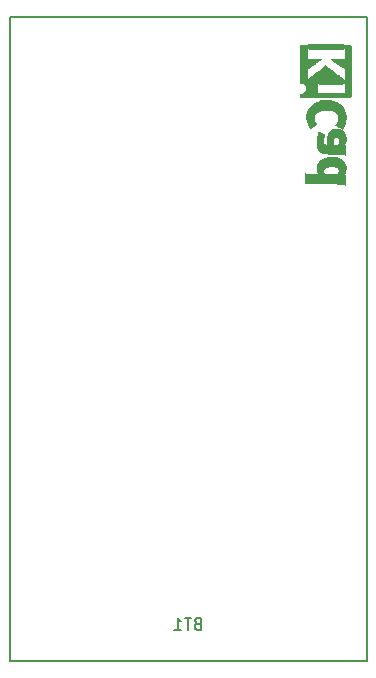
<source format=gbr>
G04 #@! TF.GenerationSoftware,KiCad,Pcbnew,5.0.1*
G04 #@! TF.CreationDate,2018-10-21T21:20:25+02:00*
G04 #@! TF.ProjectId,MicroFlux,4D6963726F466C75782E6B696361645F,rev?*
G04 #@! TF.SameCoordinates,Original*
G04 #@! TF.FileFunction,Legend,Bot*
G04 #@! TF.FilePolarity,Positive*
%FSLAX46Y46*%
G04 Gerber Fmt 4.6, Leading zero omitted, Abs format (unit mm)*
G04 Created by KiCad (PCBNEW 5.0.1) date Sun 21 Oct 2018 09:20:25 PM CEST*
%MOMM*%
%LPD*%
G01*
G04 APERTURE LIST*
%ADD10C,0.010000*%
%ADD11C,0.150000*%
G04 APERTURE END LIST*
D10*
G04 #@! TO.C,REF\002A\002A*
G36*
X195637150Y-76967464D02*
X195967052Y-76969006D01*
X196249981Y-76970566D01*
X196489761Y-76972261D01*
X196690219Y-76974208D01*
X196855181Y-76976523D01*
X196988472Y-76979322D01*
X197093918Y-76982724D01*
X197175345Y-76986844D01*
X197236580Y-76991799D01*
X197281447Y-76997707D01*
X197313774Y-77004683D01*
X197337385Y-77012845D01*
X197351650Y-77019802D01*
X197434200Y-77064904D01*
X197434200Y-76250800D01*
X197358000Y-76250800D01*
X197304452Y-76247441D01*
X197281804Y-76239351D01*
X197281800Y-76239227D01*
X197294784Y-76213109D01*
X197327537Y-76160726D01*
X197345421Y-76133903D01*
X197412647Y-76001603D01*
X197459589Y-75841937D01*
X197483338Y-75673022D01*
X197480984Y-75512977D01*
X197461247Y-75412600D01*
X197379939Y-75228538D01*
X197258200Y-75063410D01*
X197105510Y-74928517D01*
X197003694Y-74867155D01*
X196846029Y-74799731D01*
X196679951Y-74755855D01*
X196491403Y-74732714D01*
X196304913Y-74727241D01*
X196291200Y-74728002D01*
X196291200Y-75528136D01*
X196466895Y-75532634D01*
X196600414Y-75546249D01*
X196699949Y-75571477D01*
X196773691Y-75610812D01*
X196829831Y-75666751D01*
X196852170Y-75699016D01*
X196890164Y-75805421D01*
X196887176Y-75931144D01*
X196843728Y-76066203D01*
X196831773Y-76090499D01*
X196781557Y-76187300D01*
X196232487Y-76194142D01*
X195683416Y-76200985D01*
X195639454Y-76133891D01*
X195612707Y-76070360D01*
X195592044Y-75980668D01*
X195585065Y-75922633D01*
X195581970Y-75834255D01*
X195592095Y-75775291D01*
X195620683Y-75724985D01*
X195641568Y-75698927D01*
X195715167Y-75631583D01*
X195810737Y-75582664D01*
X195935234Y-75550341D01*
X196095611Y-75532787D01*
X196291200Y-75528136D01*
X196291200Y-74728002D01*
X196008965Y-74743675D01*
X195749134Y-74791542D01*
X195526509Y-74870171D01*
X195342180Y-74978889D01*
X195197237Y-75117025D01*
X195092768Y-75283906D01*
X195029864Y-75478860D01*
X195022835Y-75518170D01*
X195014575Y-75633703D01*
X195021429Y-75761063D01*
X195040852Y-75887661D01*
X195070299Y-76000912D01*
X195107225Y-76088228D01*
X195147815Y-76136262D01*
X195172282Y-76157127D01*
X195167192Y-76173170D01*
X195128657Y-76184925D01*
X195052788Y-76192924D01*
X194935701Y-76197702D01*
X194773506Y-76199793D01*
X194683670Y-76200000D01*
X194509573Y-76199477D01*
X194378217Y-76197469D01*
X194281550Y-76193311D01*
X194211519Y-76186343D01*
X194160073Y-76175901D01*
X194119158Y-76161322D01*
X194099470Y-76151938D01*
X194005200Y-76103876D01*
X194005200Y-76960228D01*
X195637150Y-76967464D01*
X195637150Y-76967464D01*
G37*
X195637150Y-76967464D02*
X195967052Y-76969006D01*
X196249981Y-76970566D01*
X196489761Y-76972261D01*
X196690219Y-76974208D01*
X196855181Y-76976523D01*
X196988472Y-76979322D01*
X197093918Y-76982724D01*
X197175345Y-76986844D01*
X197236580Y-76991799D01*
X197281447Y-76997707D01*
X197313774Y-77004683D01*
X197337385Y-77012845D01*
X197351650Y-77019802D01*
X197434200Y-77064904D01*
X197434200Y-76250800D01*
X197358000Y-76250800D01*
X197304452Y-76247441D01*
X197281804Y-76239351D01*
X197281800Y-76239227D01*
X197294784Y-76213109D01*
X197327537Y-76160726D01*
X197345421Y-76133903D01*
X197412647Y-76001603D01*
X197459589Y-75841937D01*
X197483338Y-75673022D01*
X197480984Y-75512977D01*
X197461247Y-75412600D01*
X197379939Y-75228538D01*
X197258200Y-75063410D01*
X197105510Y-74928517D01*
X197003694Y-74867155D01*
X196846029Y-74799731D01*
X196679951Y-74755855D01*
X196491403Y-74732714D01*
X196304913Y-74727241D01*
X196291200Y-74728002D01*
X196291200Y-75528136D01*
X196466895Y-75532634D01*
X196600414Y-75546249D01*
X196699949Y-75571477D01*
X196773691Y-75610812D01*
X196829831Y-75666751D01*
X196852170Y-75699016D01*
X196890164Y-75805421D01*
X196887176Y-75931144D01*
X196843728Y-76066203D01*
X196831773Y-76090499D01*
X196781557Y-76187300D01*
X196232487Y-76194142D01*
X195683416Y-76200985D01*
X195639454Y-76133891D01*
X195612707Y-76070360D01*
X195592044Y-75980668D01*
X195585065Y-75922633D01*
X195581970Y-75834255D01*
X195592095Y-75775291D01*
X195620683Y-75724985D01*
X195641568Y-75698927D01*
X195715167Y-75631583D01*
X195810737Y-75582664D01*
X195935234Y-75550341D01*
X196095611Y-75532787D01*
X196291200Y-75528136D01*
X196291200Y-74728002D01*
X196008965Y-74743675D01*
X195749134Y-74791542D01*
X195526509Y-74870171D01*
X195342180Y-74978889D01*
X195197237Y-75117025D01*
X195092768Y-75283906D01*
X195029864Y-75478860D01*
X195022835Y-75518170D01*
X195014575Y-75633703D01*
X195021429Y-75761063D01*
X195040852Y-75887661D01*
X195070299Y-76000912D01*
X195107225Y-76088228D01*
X195147815Y-76136262D01*
X195172282Y-76157127D01*
X195167192Y-76173170D01*
X195128657Y-76184925D01*
X195052788Y-76192924D01*
X194935701Y-76197702D01*
X194773506Y-76199793D01*
X194683670Y-76200000D01*
X194509573Y-76199477D01*
X194378217Y-76197469D01*
X194281550Y-76193311D01*
X194211519Y-76186343D01*
X194160073Y-76175901D01*
X194119158Y-76161322D01*
X194099470Y-76151938D01*
X194005200Y-76103876D01*
X194005200Y-76960228D01*
X195637150Y-76967464D01*
G36*
X195032359Y-73747620D02*
X195072264Y-73923576D01*
X195116895Y-74042513D01*
X195172778Y-74135098D01*
X195246360Y-74217779D01*
X195301188Y-74270917D01*
X195352829Y-74314396D01*
X195406992Y-74349291D01*
X195469387Y-74376676D01*
X195545723Y-74397624D01*
X195641710Y-74413209D01*
X195763058Y-74424504D01*
X195915475Y-74432585D01*
X196104670Y-74438523D01*
X196336355Y-74443394D01*
X196457477Y-74445549D01*
X196689434Y-74449807D01*
X196876051Y-74453930D01*
X197022785Y-74458276D01*
X197135095Y-74463203D01*
X197218437Y-74469068D01*
X197278269Y-74476231D01*
X197320049Y-74485049D01*
X197349234Y-74495880D01*
X197365527Y-74505135D01*
X197434200Y-74550171D01*
X197434200Y-73739418D01*
X197280698Y-73723500D01*
X197348483Y-73624102D01*
X197427254Y-73467946D01*
X197473178Y-73287092D01*
X197484137Y-73097295D01*
X197458011Y-72914309D01*
X197448436Y-72880834D01*
X197366112Y-72694429D01*
X197248585Y-72543520D01*
X197099321Y-72430652D01*
X196921786Y-72358375D01*
X196719443Y-72329235D01*
X196697600Y-72328788D01*
X196668545Y-72329452D01*
X196668545Y-73057707D01*
X196757884Y-73061963D01*
X196788502Y-73072090D01*
X196869089Y-73134779D01*
X196923481Y-73229723D01*
X196947352Y-73343327D01*
X196936378Y-73461996D01*
X196924508Y-73499596D01*
X196882968Y-73586783D01*
X196830366Y-73642424D01*
X196755280Y-73672894D01*
X196646289Y-73684566D01*
X196591572Y-73685400D01*
X196392800Y-73685400D01*
X196392800Y-73519484D01*
X196407824Y-73355747D01*
X196450733Y-73217128D01*
X196511555Y-73121676D01*
X196578298Y-73079069D01*
X196668545Y-73057707D01*
X196668545Y-72329452D01*
X196583273Y-72331403D01*
X196495974Y-72345051D01*
X196412311Y-72374550D01*
X196362215Y-72397882D01*
X196205636Y-72502223D01*
X196079758Y-72646604D01*
X195984878Y-72830369D01*
X195921291Y-73052862D01*
X195889295Y-73313426D01*
X195885241Y-73453794D01*
X195884800Y-73692088D01*
X195781228Y-73678196D01*
X195667960Y-73642262D01*
X195589507Y-73570344D01*
X195546163Y-73463724D01*
X195538223Y-73323687D01*
X195565980Y-73151516D01*
X195620144Y-72974509D01*
X195647413Y-72890051D01*
X195662373Y-72825058D01*
X195661908Y-72793195D01*
X195661589Y-72792862D01*
X195629872Y-72775276D01*
X195563912Y-72745180D01*
X195476745Y-72707902D01*
X195381404Y-72668773D01*
X195290925Y-72633122D01*
X195218340Y-72606280D01*
X195176685Y-72593575D01*
X195173302Y-72593200D01*
X195154617Y-72614990D01*
X195148200Y-72658447D01*
X195142037Y-72710031D01*
X195125424Y-72796850D01*
X195101175Y-72905103D01*
X195082173Y-72982297D01*
X195031360Y-73248096D01*
X195014718Y-73506776D01*
X195032359Y-73747620D01*
X195032359Y-73747620D01*
G37*
X195032359Y-73747620D02*
X195072264Y-73923576D01*
X195116895Y-74042513D01*
X195172778Y-74135098D01*
X195246360Y-74217779D01*
X195301188Y-74270917D01*
X195352829Y-74314396D01*
X195406992Y-74349291D01*
X195469387Y-74376676D01*
X195545723Y-74397624D01*
X195641710Y-74413209D01*
X195763058Y-74424504D01*
X195915475Y-74432585D01*
X196104670Y-74438523D01*
X196336355Y-74443394D01*
X196457477Y-74445549D01*
X196689434Y-74449807D01*
X196876051Y-74453930D01*
X197022785Y-74458276D01*
X197135095Y-74463203D01*
X197218437Y-74469068D01*
X197278269Y-74476231D01*
X197320049Y-74485049D01*
X197349234Y-74495880D01*
X197365527Y-74505135D01*
X197434200Y-74550171D01*
X197434200Y-73739418D01*
X197280698Y-73723500D01*
X197348483Y-73624102D01*
X197427254Y-73467946D01*
X197473178Y-73287092D01*
X197484137Y-73097295D01*
X197458011Y-72914309D01*
X197448436Y-72880834D01*
X197366112Y-72694429D01*
X197248585Y-72543520D01*
X197099321Y-72430652D01*
X196921786Y-72358375D01*
X196719443Y-72329235D01*
X196697600Y-72328788D01*
X196668545Y-72329452D01*
X196668545Y-73057707D01*
X196757884Y-73061963D01*
X196788502Y-73072090D01*
X196869089Y-73134779D01*
X196923481Y-73229723D01*
X196947352Y-73343327D01*
X196936378Y-73461996D01*
X196924508Y-73499596D01*
X196882968Y-73586783D01*
X196830366Y-73642424D01*
X196755280Y-73672894D01*
X196646289Y-73684566D01*
X196591572Y-73685400D01*
X196392800Y-73685400D01*
X196392800Y-73519484D01*
X196407824Y-73355747D01*
X196450733Y-73217128D01*
X196511555Y-73121676D01*
X196578298Y-73079069D01*
X196668545Y-73057707D01*
X196668545Y-72329452D01*
X196583273Y-72331403D01*
X196495974Y-72345051D01*
X196412311Y-72374550D01*
X196362215Y-72397882D01*
X196205636Y-72502223D01*
X196079758Y-72646604D01*
X195984878Y-72830369D01*
X195921291Y-73052862D01*
X195889295Y-73313426D01*
X195885241Y-73453794D01*
X195884800Y-73692088D01*
X195781228Y-73678196D01*
X195667960Y-73642262D01*
X195589507Y-73570344D01*
X195546163Y-73463724D01*
X195538223Y-73323687D01*
X195565980Y-73151516D01*
X195620144Y-72974509D01*
X195647413Y-72890051D01*
X195662373Y-72825058D01*
X195661908Y-72793195D01*
X195661589Y-72792862D01*
X195629872Y-72775276D01*
X195563912Y-72745180D01*
X195476745Y-72707902D01*
X195381404Y-72668773D01*
X195290925Y-72633122D01*
X195218340Y-72606280D01*
X195176685Y-72593575D01*
X195173302Y-72593200D01*
X195154617Y-72614990D01*
X195148200Y-72658447D01*
X195142037Y-72710031D01*
X195125424Y-72796850D01*
X195101175Y-72905103D01*
X195082173Y-72982297D01*
X195031360Y-73248096D01*
X195014718Y-73506776D01*
X195032359Y-73747620D01*
G36*
X194186341Y-71664676D02*
X194196143Y-71705911D01*
X194218829Y-71776879D01*
X194254963Y-71872173D01*
X194299187Y-71979521D01*
X194346147Y-72086653D01*
X194390487Y-72181298D01*
X194426851Y-72251185D01*
X194447598Y-72282064D01*
X194470582Y-72272374D01*
X194525508Y-72240036D01*
X194602651Y-72191464D01*
X194692288Y-72133074D01*
X194784695Y-72071281D01*
X194870151Y-72012502D01*
X194938930Y-71963152D01*
X194980159Y-71930677D01*
X194977624Y-71902236D01*
X194947335Y-71850081D01*
X194913312Y-71806407D01*
X194821226Y-71661298D01*
X194775559Y-71496487D01*
X194774284Y-71338098D01*
X194814902Y-71167398D01*
X194898127Y-71023259D01*
X195022925Y-70906245D01*
X195188260Y-70816919D01*
X195393097Y-70755843D01*
X195636401Y-70723581D01*
X195910200Y-70720426D01*
X196157826Y-70741867D01*
X196363741Y-70786984D01*
X196532105Y-70857630D01*
X196667080Y-70955657D01*
X196772826Y-71082917D01*
X196791151Y-71112579D01*
X196831415Y-71189773D01*
X196852876Y-71261238D01*
X196860676Y-71349027D01*
X196861009Y-71412100D01*
X196845354Y-71571817D01*
X196797392Y-71710547D01*
X196710613Y-71844625D01*
X196668663Y-71894846D01*
X196624162Y-71949092D01*
X196600225Y-71985414D01*
X196598969Y-71993055D01*
X196632288Y-72015216D01*
X196696333Y-72054498D01*
X196781348Y-72105230D01*
X196877575Y-72161743D01*
X196975257Y-72218366D01*
X197064636Y-72269431D01*
X197135956Y-72309265D01*
X197179460Y-72332201D01*
X197188180Y-72335453D01*
X197201554Y-72310218D01*
X197232253Y-72252344D01*
X197273786Y-72174062D01*
X197276230Y-72169457D01*
X197356612Y-72007147D01*
X197411928Y-71864212D01*
X197446986Y-71722272D01*
X197466593Y-71562947D01*
X197474340Y-71412100D01*
X197475569Y-71219285D01*
X197466113Y-71067250D01*
X197450565Y-70976436D01*
X197365718Y-70744201D01*
X197236718Y-70531159D01*
X197067906Y-70341366D01*
X196863623Y-70178878D01*
X196628209Y-70047752D01*
X196366005Y-69952044D01*
X196349632Y-69947548D01*
X196163026Y-69911250D01*
X195948920Y-69892345D01*
X195725257Y-69890823D01*
X195509982Y-69906669D01*
X195321040Y-69939872D01*
X195289044Y-69948297D01*
X195015435Y-70050061D01*
X194769468Y-70192732D01*
X194554653Y-70373804D01*
X194374495Y-70590770D01*
X194360082Y-70612000D01*
X194267504Y-70789644D01*
X194201748Y-70997698D01*
X194164907Y-71222198D01*
X194159073Y-71449178D01*
X194186341Y-71664676D01*
X194186341Y-71664676D01*
G37*
X194186341Y-71664676D02*
X194196143Y-71705911D01*
X194218829Y-71776879D01*
X194254963Y-71872173D01*
X194299187Y-71979521D01*
X194346147Y-72086653D01*
X194390487Y-72181298D01*
X194426851Y-72251185D01*
X194447598Y-72282064D01*
X194470582Y-72272374D01*
X194525508Y-72240036D01*
X194602651Y-72191464D01*
X194692288Y-72133074D01*
X194784695Y-72071281D01*
X194870151Y-72012502D01*
X194938930Y-71963152D01*
X194980159Y-71930677D01*
X194977624Y-71902236D01*
X194947335Y-71850081D01*
X194913312Y-71806407D01*
X194821226Y-71661298D01*
X194775559Y-71496487D01*
X194774284Y-71338098D01*
X194814902Y-71167398D01*
X194898127Y-71023259D01*
X195022925Y-70906245D01*
X195188260Y-70816919D01*
X195393097Y-70755843D01*
X195636401Y-70723581D01*
X195910200Y-70720426D01*
X196157826Y-70741867D01*
X196363741Y-70786984D01*
X196532105Y-70857630D01*
X196667080Y-70955657D01*
X196772826Y-71082917D01*
X196791151Y-71112579D01*
X196831415Y-71189773D01*
X196852876Y-71261238D01*
X196860676Y-71349027D01*
X196861009Y-71412100D01*
X196845354Y-71571817D01*
X196797392Y-71710547D01*
X196710613Y-71844625D01*
X196668663Y-71894846D01*
X196624162Y-71949092D01*
X196600225Y-71985414D01*
X196598969Y-71993055D01*
X196632288Y-72015216D01*
X196696333Y-72054498D01*
X196781348Y-72105230D01*
X196877575Y-72161743D01*
X196975257Y-72218366D01*
X197064636Y-72269431D01*
X197135956Y-72309265D01*
X197179460Y-72332201D01*
X197188180Y-72335453D01*
X197201554Y-72310218D01*
X197232253Y-72252344D01*
X197273786Y-72174062D01*
X197276230Y-72169457D01*
X197356612Y-72007147D01*
X197411928Y-71864212D01*
X197446986Y-71722272D01*
X197466593Y-71562947D01*
X197474340Y-71412100D01*
X197475569Y-71219285D01*
X197466113Y-71067250D01*
X197450565Y-70976436D01*
X197365718Y-70744201D01*
X197236718Y-70531159D01*
X197067906Y-70341366D01*
X196863623Y-70178878D01*
X196628209Y-70047752D01*
X196366005Y-69952044D01*
X196349632Y-69947548D01*
X196163026Y-69911250D01*
X195948920Y-69892345D01*
X195725257Y-69890823D01*
X195509982Y-69906669D01*
X195321040Y-69939872D01*
X195289044Y-69948297D01*
X195015435Y-70050061D01*
X194769468Y-70192732D01*
X194554653Y-70373804D01*
X194374495Y-70590770D01*
X194360082Y-70612000D01*
X194267504Y-70789644D01*
X194201748Y-70997698D01*
X194164907Y-71222198D01*
X194159073Y-71449178D01*
X194186341Y-71664676D01*
G36*
X193622699Y-69571363D02*
X193629976Y-69593155D01*
X193646420Y-69611586D01*
X193675197Y-69626935D01*
X193719474Y-69639481D01*
X193782418Y-69649505D01*
X193867194Y-69657283D01*
X193976971Y-69663096D01*
X194114914Y-69667223D01*
X194284191Y-69669943D01*
X194487968Y-69671535D01*
X194729411Y-69672277D01*
X195011687Y-69672450D01*
X195337964Y-69672332D01*
X195711407Y-69672203D01*
X195770500Y-69672200D01*
X196145884Y-69672122D01*
X196473711Y-69671849D01*
X196757221Y-69671318D01*
X196999658Y-69670469D01*
X197204261Y-69669240D01*
X197374274Y-69667569D01*
X197512939Y-69665395D01*
X197623496Y-69662657D01*
X197709188Y-69659292D01*
X197773257Y-69655241D01*
X197818944Y-69650441D01*
X197849492Y-69644831D01*
X197868141Y-69638349D01*
X197876885Y-69632285D01*
X197883992Y-69621209D01*
X197890213Y-69601001D01*
X197895606Y-69568490D01*
X197900229Y-69520503D01*
X197904140Y-69453867D01*
X197907396Y-69365410D01*
X197910056Y-69251960D01*
X197912175Y-69110344D01*
X197913813Y-68937390D01*
X197915028Y-68729924D01*
X197915876Y-68484776D01*
X197916415Y-68198771D01*
X197916703Y-67868739D01*
X197916798Y-67491505D01*
X197916800Y-67436999D01*
X197916726Y-67053176D01*
X197916467Y-66716980D01*
X197915965Y-66425239D01*
X197915162Y-66174781D01*
X197914000Y-65962432D01*
X197912422Y-65785021D01*
X197910371Y-65639375D01*
X197907787Y-65522322D01*
X197904615Y-65430688D01*
X197900795Y-65361303D01*
X197896271Y-65310992D01*
X197890985Y-65276584D01*
X197884879Y-65254907D01*
X197877895Y-65242787D01*
X197876885Y-65241714D01*
X197865627Y-65234465D01*
X197845152Y-65228138D01*
X197812219Y-65222672D01*
X197763586Y-65218006D01*
X197696011Y-65214078D01*
X197606252Y-65210826D01*
X197491068Y-65208190D01*
X197347217Y-65206107D01*
X197171456Y-65204517D01*
X196960544Y-65203358D01*
X196711239Y-65202568D01*
X196420300Y-65202086D01*
X196084484Y-65201851D01*
X195770500Y-65201800D01*
X195395115Y-65201877D01*
X195067288Y-65202150D01*
X194783778Y-65202681D01*
X194541341Y-65203530D01*
X194336738Y-65204759D01*
X194215729Y-65205948D01*
X194215729Y-65481199D01*
X194240638Y-65491637D01*
X194294844Y-65517944D01*
X194322699Y-65531999D01*
X194345774Y-65542932D01*
X194371420Y-65552174D01*
X194403859Y-65559867D01*
X194447308Y-65566152D01*
X194505988Y-65571172D01*
X194584117Y-65575068D01*
X194685917Y-65577983D01*
X194815605Y-65580057D01*
X194977401Y-65581434D01*
X195175525Y-65582254D01*
X195414197Y-65582659D01*
X195697635Y-65582791D01*
X195834290Y-65582799D01*
X196097726Y-65582439D01*
X196346037Y-65581402D01*
X196574556Y-65579756D01*
X196778618Y-65577568D01*
X196953558Y-65574903D01*
X197094711Y-65571830D01*
X197197410Y-65568415D01*
X197256991Y-65564724D01*
X197270370Y-65562224D01*
X197310136Y-65537800D01*
X197364350Y-65511968D01*
X197434200Y-65482289D01*
X197433811Y-66008794D01*
X197432849Y-66163967D01*
X197430381Y-66298350D01*
X197426674Y-66404999D01*
X197421992Y-66476970D01*
X197416600Y-66507319D01*
X197414761Y-66507094D01*
X197380826Y-66477145D01*
X197322626Y-66441332D01*
X197314811Y-66437244D01*
X197277521Y-66422318D01*
X197227267Y-66411307D01*
X197156556Y-66403669D01*
X197057898Y-66398866D01*
X196923800Y-66396356D01*
X196746772Y-66395601D01*
X196736961Y-66395600D01*
X196559347Y-66396833D01*
X196416876Y-66400396D01*
X196313727Y-66406078D01*
X196254078Y-66413672D01*
X196240400Y-66420414D01*
X196259770Y-66449914D01*
X196306744Y-66487641D01*
X196310250Y-66489915D01*
X196367268Y-66530493D01*
X196405500Y-66564699D01*
X196442632Y-66595147D01*
X196504966Y-66635083D01*
X196528833Y-66648671D01*
X196595930Y-66690820D01*
X196684720Y-66753527D01*
X196778064Y-66824592D01*
X196795533Y-66838542D01*
X196938344Y-66946661D01*
X197074967Y-67037138D01*
X197197349Y-67105389D01*
X197297440Y-67146831D01*
X197355923Y-67157600D01*
X197434200Y-67157600D01*
X197434200Y-68284055D01*
X197420488Y-68271929D01*
X197420488Y-68427600D01*
X197424757Y-68451699D01*
X197428485Y-68518796D01*
X197431448Y-68621089D01*
X197433426Y-68750778D01*
X197434196Y-68900061D01*
X197434200Y-68910200D01*
X197433408Y-69086967D01*
X197430806Y-69218101D01*
X197426056Y-69308747D01*
X197418818Y-69364050D01*
X197408752Y-69389156D01*
X197402450Y-69391992D01*
X197358554Y-69377038D01*
X197321395Y-69353892D01*
X197302692Y-69344698D01*
X197270195Y-69337102D01*
X197219498Y-69330959D01*
X197146196Y-69326127D01*
X197045883Y-69322464D01*
X196914154Y-69319826D01*
X196746604Y-69318070D01*
X196538827Y-69317053D01*
X196286418Y-69316633D01*
X196172045Y-69316600D01*
X195072000Y-69316600D01*
X195072000Y-68451695D01*
X195146938Y-68490447D01*
X195172815Y-68500478D01*
X195211092Y-68508667D01*
X195266607Y-68515192D01*
X195344197Y-68520226D01*
X195448700Y-68523947D01*
X195584954Y-68526529D01*
X195757797Y-68528148D01*
X195972067Y-68528979D01*
X196214750Y-68529200D01*
X196466440Y-68529086D01*
X196672511Y-68528585D01*
X196838147Y-68527455D01*
X196968527Y-68525455D01*
X197068835Y-68522345D01*
X197144251Y-68517883D01*
X197199957Y-68511829D01*
X197241135Y-68503941D01*
X197272967Y-68493979D01*
X197300635Y-68481701D01*
X197307200Y-68478400D01*
X197370636Y-68447490D01*
X197413110Y-68429480D01*
X197420488Y-68427600D01*
X197420488Y-68271929D01*
X197364570Y-68222477D01*
X197315266Y-68178555D01*
X197284290Y-68150373D01*
X197282020Y-68148200D01*
X197218905Y-68090445D01*
X197134689Y-68018963D01*
X197042065Y-67943897D01*
X196953725Y-67875391D01*
X196882361Y-67823588D01*
X196850547Y-67803376D01*
X196786584Y-67763155D01*
X196695299Y-67699662D01*
X196588680Y-67621804D01*
X196478715Y-67538487D01*
X196377390Y-67458617D01*
X196302607Y-67396273D01*
X196225548Y-67335829D01*
X196141943Y-67279159D01*
X196135050Y-67274978D01*
X195936936Y-67147637D01*
X195806356Y-67051994D01*
X195715212Y-66982036D01*
X195627760Y-67063468D01*
X195548661Y-67133660D01*
X195441892Y-67223715D01*
X195320451Y-67323057D01*
X195197339Y-67421107D01*
X195085555Y-67507289D01*
X195046815Y-67536151D01*
X194666892Y-67840941D01*
X194409787Y-68080279D01*
X194208400Y-68279059D01*
X194208400Y-67733747D01*
X194208523Y-67548550D01*
X194209861Y-67407998D01*
X194213867Y-67305937D01*
X194221993Y-67236212D01*
X194235691Y-67192669D01*
X194256416Y-67169153D01*
X194285618Y-67159511D01*
X194324751Y-67157586D01*
X194344390Y-67157600D01*
X194397842Y-67142012D01*
X194465121Y-67102941D01*
X194488362Y-67085299D01*
X194565668Y-67026652D01*
X194656586Y-66963890D01*
X194691000Y-66941802D01*
X194757764Y-66898552D01*
X194804931Y-66864912D01*
X194818000Y-66853239D01*
X194847339Y-66823445D01*
X194903018Y-66774245D01*
X194974108Y-66714522D01*
X195049681Y-66653162D01*
X195118808Y-66599047D01*
X195170561Y-66561063D01*
X195193483Y-66548000D01*
X195222974Y-66531182D01*
X195270717Y-66489146D01*
X195287900Y-66471799D01*
X195360904Y-66395599D01*
X194941088Y-66395600D01*
X194758302Y-66397193D01*
X194615476Y-66402895D01*
X194501840Y-66414093D01*
X194406629Y-66432172D01*
X194319075Y-66458518D01*
X194252850Y-66484164D01*
X194237771Y-66487394D01*
X194226538Y-66478649D01*
X194218591Y-66451705D01*
X194213367Y-66400338D01*
X194210303Y-66318324D01*
X194208838Y-66199439D01*
X194208410Y-66037460D01*
X194208400Y-65991917D01*
X194208746Y-65837083D01*
X194209712Y-65701122D01*
X194211190Y-65591617D01*
X194213071Y-65516151D01*
X194215245Y-65482308D01*
X194215729Y-65481199D01*
X194215729Y-65205948D01*
X194166725Y-65206430D01*
X194028060Y-65208604D01*
X193917503Y-65211342D01*
X193831811Y-65214707D01*
X193767742Y-65218758D01*
X193722055Y-65223558D01*
X193691507Y-65229168D01*
X193672858Y-65235650D01*
X193664114Y-65241714D01*
X193655934Y-65254178D01*
X193648938Y-65276437D01*
X193643034Y-65312191D01*
X193638133Y-65365141D01*
X193634144Y-65438988D01*
X193630978Y-65537431D01*
X193628544Y-65664173D01*
X193626752Y-65822913D01*
X193625511Y-66017353D01*
X193624733Y-66251193D01*
X193624326Y-66528135D01*
X193624200Y-66851878D01*
X193624200Y-68478400D01*
X193720418Y-68478400D01*
X193836335Y-68498479D01*
X193955000Y-68551525D01*
X194055991Y-68626754D01*
X194100244Y-68679006D01*
X194147370Y-68792546D01*
X194157636Y-68923500D01*
X194133918Y-69057628D01*
X194079089Y-69180690D01*
X193996023Y-69278448D01*
X193976147Y-69293800D01*
X193875428Y-69340806D01*
X193759877Y-69362439D01*
X193624199Y-69373690D01*
X193624200Y-69483030D01*
X193622977Y-69516580D01*
X193621421Y-69545931D01*
X193622699Y-69571363D01*
X193622699Y-69571363D01*
G37*
X193622699Y-69571363D02*
X193629976Y-69593155D01*
X193646420Y-69611586D01*
X193675197Y-69626935D01*
X193719474Y-69639481D01*
X193782418Y-69649505D01*
X193867194Y-69657283D01*
X193976971Y-69663096D01*
X194114914Y-69667223D01*
X194284191Y-69669943D01*
X194487968Y-69671535D01*
X194729411Y-69672277D01*
X195011687Y-69672450D01*
X195337964Y-69672332D01*
X195711407Y-69672203D01*
X195770500Y-69672200D01*
X196145884Y-69672122D01*
X196473711Y-69671849D01*
X196757221Y-69671318D01*
X196999658Y-69670469D01*
X197204261Y-69669240D01*
X197374274Y-69667569D01*
X197512939Y-69665395D01*
X197623496Y-69662657D01*
X197709188Y-69659292D01*
X197773257Y-69655241D01*
X197818944Y-69650441D01*
X197849492Y-69644831D01*
X197868141Y-69638349D01*
X197876885Y-69632285D01*
X197883992Y-69621209D01*
X197890213Y-69601001D01*
X197895606Y-69568490D01*
X197900229Y-69520503D01*
X197904140Y-69453867D01*
X197907396Y-69365410D01*
X197910056Y-69251960D01*
X197912175Y-69110344D01*
X197913813Y-68937390D01*
X197915028Y-68729924D01*
X197915876Y-68484776D01*
X197916415Y-68198771D01*
X197916703Y-67868739D01*
X197916798Y-67491505D01*
X197916800Y-67436999D01*
X197916726Y-67053176D01*
X197916467Y-66716980D01*
X197915965Y-66425239D01*
X197915162Y-66174781D01*
X197914000Y-65962432D01*
X197912422Y-65785021D01*
X197910371Y-65639375D01*
X197907787Y-65522322D01*
X197904615Y-65430688D01*
X197900795Y-65361303D01*
X197896271Y-65310992D01*
X197890985Y-65276584D01*
X197884879Y-65254907D01*
X197877895Y-65242787D01*
X197876885Y-65241714D01*
X197865627Y-65234465D01*
X197845152Y-65228138D01*
X197812219Y-65222672D01*
X197763586Y-65218006D01*
X197696011Y-65214078D01*
X197606252Y-65210826D01*
X197491068Y-65208190D01*
X197347217Y-65206107D01*
X197171456Y-65204517D01*
X196960544Y-65203358D01*
X196711239Y-65202568D01*
X196420300Y-65202086D01*
X196084484Y-65201851D01*
X195770500Y-65201800D01*
X195395115Y-65201877D01*
X195067288Y-65202150D01*
X194783778Y-65202681D01*
X194541341Y-65203530D01*
X194336738Y-65204759D01*
X194215729Y-65205948D01*
X194215729Y-65481199D01*
X194240638Y-65491637D01*
X194294844Y-65517944D01*
X194322699Y-65531999D01*
X194345774Y-65542932D01*
X194371420Y-65552174D01*
X194403859Y-65559867D01*
X194447308Y-65566152D01*
X194505988Y-65571172D01*
X194584117Y-65575068D01*
X194685917Y-65577983D01*
X194815605Y-65580057D01*
X194977401Y-65581434D01*
X195175525Y-65582254D01*
X195414197Y-65582659D01*
X195697635Y-65582791D01*
X195834290Y-65582799D01*
X196097726Y-65582439D01*
X196346037Y-65581402D01*
X196574556Y-65579756D01*
X196778618Y-65577568D01*
X196953558Y-65574903D01*
X197094711Y-65571830D01*
X197197410Y-65568415D01*
X197256991Y-65564724D01*
X197270370Y-65562224D01*
X197310136Y-65537800D01*
X197364350Y-65511968D01*
X197434200Y-65482289D01*
X197433811Y-66008794D01*
X197432849Y-66163967D01*
X197430381Y-66298350D01*
X197426674Y-66404999D01*
X197421992Y-66476970D01*
X197416600Y-66507319D01*
X197414761Y-66507094D01*
X197380826Y-66477145D01*
X197322626Y-66441332D01*
X197314811Y-66437244D01*
X197277521Y-66422318D01*
X197227267Y-66411307D01*
X197156556Y-66403669D01*
X197057898Y-66398866D01*
X196923800Y-66396356D01*
X196746772Y-66395601D01*
X196736961Y-66395600D01*
X196559347Y-66396833D01*
X196416876Y-66400396D01*
X196313727Y-66406078D01*
X196254078Y-66413672D01*
X196240400Y-66420414D01*
X196259770Y-66449914D01*
X196306744Y-66487641D01*
X196310250Y-66489915D01*
X196367268Y-66530493D01*
X196405500Y-66564699D01*
X196442632Y-66595147D01*
X196504966Y-66635083D01*
X196528833Y-66648671D01*
X196595930Y-66690820D01*
X196684720Y-66753527D01*
X196778064Y-66824592D01*
X196795533Y-66838542D01*
X196938344Y-66946661D01*
X197074967Y-67037138D01*
X197197349Y-67105389D01*
X197297440Y-67146831D01*
X197355923Y-67157600D01*
X197434200Y-67157600D01*
X197434200Y-68284055D01*
X197420488Y-68271929D01*
X197420488Y-68427600D01*
X197424757Y-68451699D01*
X197428485Y-68518796D01*
X197431448Y-68621089D01*
X197433426Y-68750778D01*
X197434196Y-68900061D01*
X197434200Y-68910200D01*
X197433408Y-69086967D01*
X197430806Y-69218101D01*
X197426056Y-69308747D01*
X197418818Y-69364050D01*
X197408752Y-69389156D01*
X197402450Y-69391992D01*
X197358554Y-69377038D01*
X197321395Y-69353892D01*
X197302692Y-69344698D01*
X197270195Y-69337102D01*
X197219498Y-69330959D01*
X197146196Y-69326127D01*
X197045883Y-69322464D01*
X196914154Y-69319826D01*
X196746604Y-69318070D01*
X196538827Y-69317053D01*
X196286418Y-69316633D01*
X196172045Y-69316600D01*
X195072000Y-69316600D01*
X195072000Y-68451695D01*
X195146938Y-68490447D01*
X195172815Y-68500478D01*
X195211092Y-68508667D01*
X195266607Y-68515192D01*
X195344197Y-68520226D01*
X195448700Y-68523947D01*
X195584954Y-68526529D01*
X195757797Y-68528148D01*
X195972067Y-68528979D01*
X196214750Y-68529200D01*
X196466440Y-68529086D01*
X196672511Y-68528585D01*
X196838147Y-68527455D01*
X196968527Y-68525455D01*
X197068835Y-68522345D01*
X197144251Y-68517883D01*
X197199957Y-68511829D01*
X197241135Y-68503941D01*
X197272967Y-68493979D01*
X197300635Y-68481701D01*
X197307200Y-68478400D01*
X197370636Y-68447490D01*
X197413110Y-68429480D01*
X197420488Y-68427600D01*
X197420488Y-68271929D01*
X197364570Y-68222477D01*
X197315266Y-68178555D01*
X197284290Y-68150373D01*
X197282020Y-68148200D01*
X197218905Y-68090445D01*
X197134689Y-68018963D01*
X197042065Y-67943897D01*
X196953725Y-67875391D01*
X196882361Y-67823588D01*
X196850547Y-67803376D01*
X196786584Y-67763155D01*
X196695299Y-67699662D01*
X196588680Y-67621804D01*
X196478715Y-67538487D01*
X196377390Y-67458617D01*
X196302607Y-67396273D01*
X196225548Y-67335829D01*
X196141943Y-67279159D01*
X196135050Y-67274978D01*
X195936936Y-67147637D01*
X195806356Y-67051994D01*
X195715212Y-66982036D01*
X195627760Y-67063468D01*
X195548661Y-67133660D01*
X195441892Y-67223715D01*
X195320451Y-67323057D01*
X195197339Y-67421107D01*
X195085555Y-67507289D01*
X195046815Y-67536151D01*
X194666892Y-67840941D01*
X194409787Y-68080279D01*
X194208400Y-68279059D01*
X194208400Y-67733747D01*
X194208523Y-67548550D01*
X194209861Y-67407998D01*
X194213867Y-67305937D01*
X194221993Y-67236212D01*
X194235691Y-67192669D01*
X194256416Y-67169153D01*
X194285618Y-67159511D01*
X194324751Y-67157586D01*
X194344390Y-67157600D01*
X194397842Y-67142012D01*
X194465121Y-67102941D01*
X194488362Y-67085299D01*
X194565668Y-67026652D01*
X194656586Y-66963890D01*
X194691000Y-66941802D01*
X194757764Y-66898552D01*
X194804931Y-66864912D01*
X194818000Y-66853239D01*
X194847339Y-66823445D01*
X194903018Y-66774245D01*
X194974108Y-66714522D01*
X195049681Y-66653162D01*
X195118808Y-66599047D01*
X195170561Y-66561063D01*
X195193483Y-66548000D01*
X195222974Y-66531182D01*
X195270717Y-66489146D01*
X195287900Y-66471799D01*
X195360904Y-66395599D01*
X194941088Y-66395600D01*
X194758302Y-66397193D01*
X194615476Y-66402895D01*
X194501840Y-66414093D01*
X194406629Y-66432172D01*
X194319075Y-66458518D01*
X194252850Y-66484164D01*
X194237771Y-66487394D01*
X194226538Y-66478649D01*
X194218591Y-66451705D01*
X194213367Y-66400338D01*
X194210303Y-66318324D01*
X194208838Y-66199439D01*
X194208410Y-66037460D01*
X194208400Y-65991917D01*
X194208746Y-65837083D01*
X194209712Y-65701122D01*
X194211190Y-65591617D01*
X194213071Y-65516151D01*
X194215245Y-65482308D01*
X194215729Y-65481199D01*
X194215729Y-65205948D01*
X194166725Y-65206430D01*
X194028060Y-65208604D01*
X193917503Y-65211342D01*
X193831811Y-65214707D01*
X193767742Y-65218758D01*
X193722055Y-65223558D01*
X193691507Y-65229168D01*
X193672858Y-65235650D01*
X193664114Y-65241714D01*
X193655934Y-65254178D01*
X193648938Y-65276437D01*
X193643034Y-65312191D01*
X193638133Y-65365141D01*
X193634144Y-65438988D01*
X193630978Y-65537431D01*
X193628544Y-65664173D01*
X193626752Y-65822913D01*
X193625511Y-66017353D01*
X193624733Y-66251193D01*
X193624326Y-66528135D01*
X193624200Y-66851878D01*
X193624200Y-68478400D01*
X193720418Y-68478400D01*
X193836335Y-68498479D01*
X193955000Y-68551525D01*
X194055991Y-68626754D01*
X194100244Y-68679006D01*
X194147370Y-68792546D01*
X194157636Y-68923500D01*
X194133918Y-69057628D01*
X194079089Y-69180690D01*
X193996023Y-69278448D01*
X193976147Y-69293800D01*
X193875428Y-69340806D01*
X193759877Y-69362439D01*
X193624199Y-69373690D01*
X193624200Y-69483030D01*
X193622977Y-69516580D01*
X193621421Y-69545931D01*
X193622699Y-69571363D01*
D11*
G04 #@! TO.C,BT1*
X199250000Y-62900000D02*
X169050000Y-62900000D01*
X199250000Y-117400000D02*
X199250000Y-62900000D01*
X169050000Y-117400000D02*
X199250000Y-117400000D01*
X169050000Y-62900000D02*
X169050000Y-117400000D01*
X184935714Y-114228571D02*
X184792857Y-114276190D01*
X184745238Y-114323809D01*
X184697619Y-114419047D01*
X184697619Y-114561904D01*
X184745238Y-114657142D01*
X184792857Y-114704761D01*
X184888095Y-114752380D01*
X185269047Y-114752380D01*
X185269047Y-113752380D01*
X184935714Y-113752380D01*
X184840476Y-113800000D01*
X184792857Y-113847619D01*
X184745238Y-113942857D01*
X184745238Y-114038095D01*
X184792857Y-114133333D01*
X184840476Y-114180952D01*
X184935714Y-114228571D01*
X185269047Y-114228571D01*
X184411904Y-113752380D02*
X183840476Y-113752380D01*
X184126190Y-114752380D02*
X184126190Y-113752380D01*
X182983333Y-114752380D02*
X183554761Y-114752380D01*
X183269047Y-114752380D02*
X183269047Y-113752380D01*
X183364285Y-113895238D01*
X183459523Y-113990476D01*
X183554761Y-114038095D01*
G04 #@! TD*
M02*

</source>
